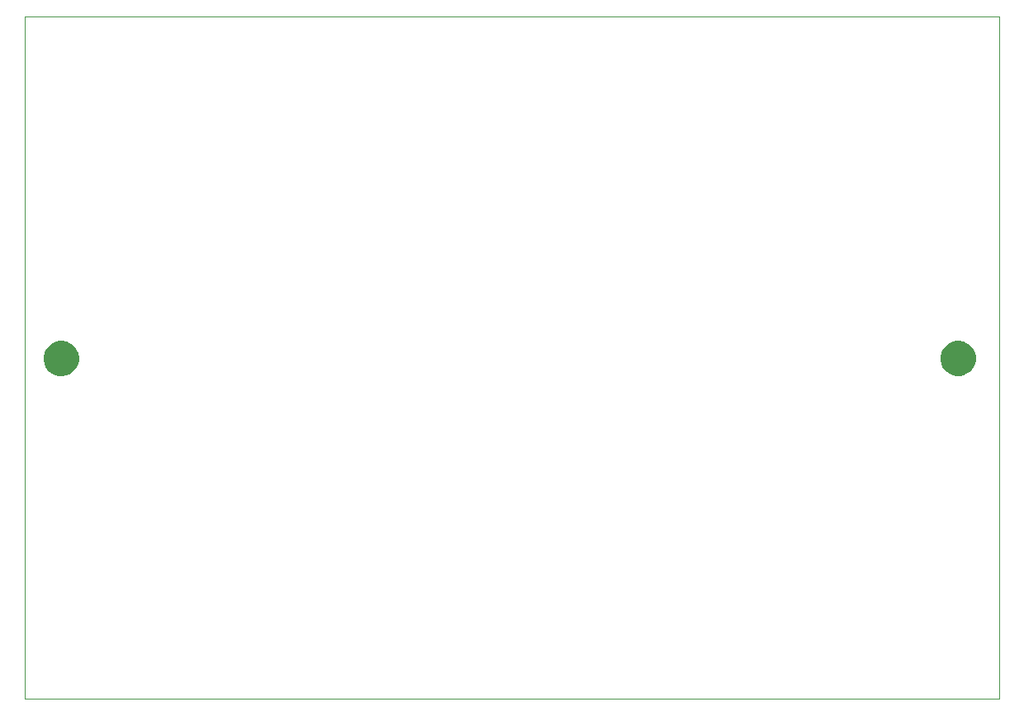
<source format=gbr>
G04*
G04 #@! TF.GenerationSoftware,Altium Limited,Altium Designer,24.1.2 (44)*
G04*
G04 Layer_Color=0*
%FSLAX44Y44*%
%MOMM*%
G71*
G04*
G04 #@! TF.SameCoordinates,98FF00E1-DB16-4AB4-99D8-1D2B7C447DA4*
G04*
G04*
G04 #@! TF.FilePolarity,Positive*
G04*
G01*
G75*
%ADD88C,0.0254*%
G36*
X441442Y126D02*
Y-1647D01*
X442133Y-5124D01*
X443490Y-8400D01*
X445460Y-11349D01*
X447967Y-13856D01*
X450915Y-15826D01*
X454191Y-17182D01*
X457669Y-17874D01*
X459442D01*
X461214D01*
X464692Y-17182D01*
X467968Y-15826D01*
X470916Y-13856D01*
X473423Y-11349D01*
X475393Y-8400D01*
X476750Y-5124D01*
X477442Y-1647D01*
Y126D01*
Y1899D01*
X476750Y5376D01*
X475393Y8652D01*
X473423Y11600D01*
X470916Y14107D01*
X467968Y16077D01*
X464692Y17434D01*
X461214Y18126D01*
X459442D01*
X457669D01*
X454191Y17434D01*
X450915Y16077D01*
X447967Y14107D01*
X445460Y11600D01*
X443490Y8652D01*
X442133Y5376D01*
X441442Y1899D01*
Y126D01*
D01*
D02*
G37*
G36*
X-461023Y-18010D02*
X-462748Y-17961D01*
X-466112Y-17192D01*
X-469262Y-15782D01*
X-472076Y-13784D01*
X-474446Y-11275D01*
X-476281Y-8352D01*
X-477511Y-5128D01*
X-478088Y-1725D01*
X-478039Y-0D01*
X-478039Y1777D01*
X-477346Y5262D01*
X-475986Y8545D01*
X-474012Y11499D01*
X-471499Y14012D01*
X-468545Y15986D01*
X-465262Y17346D01*
X-461777Y18039D01*
X-460000Y18039D01*
X-460000Y18039D01*
X-458223Y18039D01*
X-454738Y17346D01*
X-451455Y15986D01*
X-448500Y14012D01*
X-445987Y11500D01*
X-444013Y8545D01*
X-442653Y5262D01*
X-441960Y1777D01*
X-441960Y-0D01*
X-441960Y-0D01*
X-442012Y-1826D01*
X-442826Y-5387D01*
X-444319Y-8720D01*
X-446434Y-11699D01*
X-449089Y-14208D01*
X-452183Y-16150D01*
X-455596Y-17451D01*
X-459197Y-18062D01*
X-461023Y-18010D01*
D01*
D02*
G37*
D88*
X-497840Y-349250D02*
Y350750D01*
X501650D01*
Y-349250D01*
X-497840D01*
M02*

</source>
